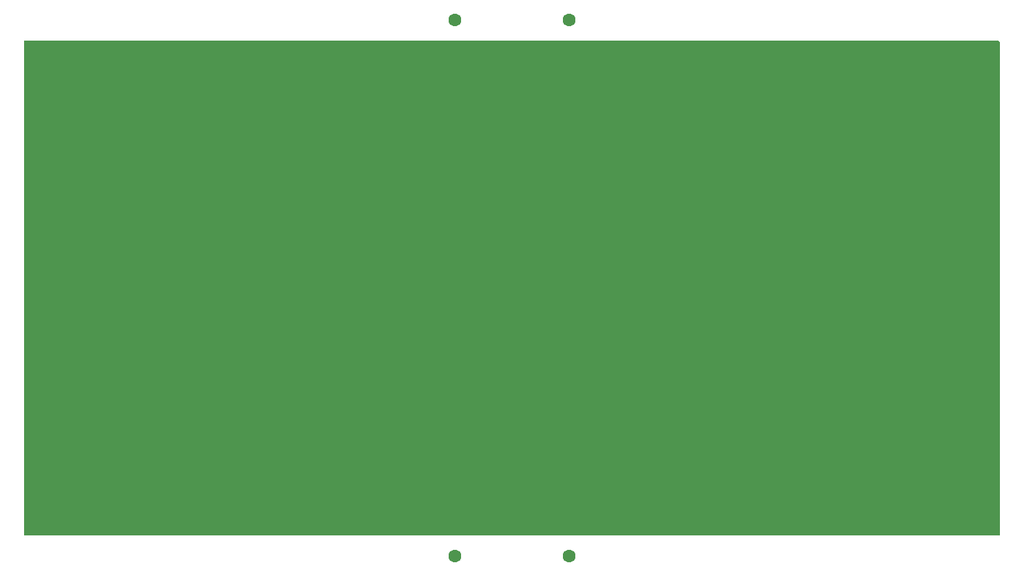
<source format=gbr>
%TF.GenerationSoftware,Altium Limited,Altium Designer,24.9.1 (31)*%
G04 Layer_Physical_Order=2*
G04 Layer_Color=16711680*
%FSLAX45Y45*%
%MOMM*%
%TF.SameCoordinates,ACB98261-C50F-458D-AFA4-16EFDEDAE645*%
%TF.FilePolarity,Positive*%
%TF.FileFunction,Copper,L2,Bot,Signal*%
%TF.Part,Single*%
G01*
G75*
%TA.AperFunction,ViaPad*%
%ADD10C,1.50000*%
%ADD11C,1.60000*%
G36*
X17246004Y9812738D02*
Y3766257D01*
X17245537Y3741049D01*
X5246012D01*
Y9828888D01*
X5246390Y9829800D01*
X17228041Y9830698D01*
X17246004Y9812738D01*
D02*
G37*
D10*
X11245208Y4555400D02*
D03*
D11*
X10546000Y10080700D02*
D03*
X11946000D02*
D03*
Y3490700D02*
D03*
X10546000D02*
D03*
%TF.MD5,c5a1286c03c07f11963d1924c496877c*%
M02*

</source>
